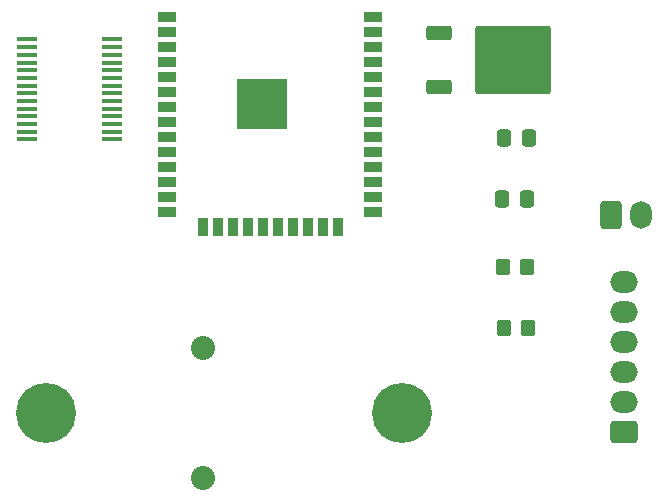
<source format=gbr>
%TF.GenerationSoftware,KiCad,Pcbnew,7.0.10*%
%TF.CreationDate,2024-03-05T16:05:14-06:00*%
%TF.ProjectId,smart_helmet,736d6172-745f-4686-956c-6d65742e6b69,rev?*%
%TF.SameCoordinates,Original*%
%TF.FileFunction,Soldermask,Top*%
%TF.FilePolarity,Negative*%
%FSLAX46Y46*%
G04 Gerber Fmt 4.6, Leading zero omitted, Abs format (unit mm)*
G04 Created by KiCad (PCBNEW 7.0.10) date 2024-03-05 16:05:14*
%MOMM*%
%LPD*%
G01*
G04 APERTURE LIST*
G04 Aperture macros list*
%AMRoundRect*
0 Rectangle with rounded corners*
0 $1 Rounding radius*
0 $2 $3 $4 $5 $6 $7 $8 $9 X,Y pos of 4 corners*
0 Add a 4 corners polygon primitive as box body*
4,1,4,$2,$3,$4,$5,$6,$7,$8,$9,$2,$3,0*
0 Add four circle primitives for the rounded corners*
1,1,$1+$1,$2,$3*
1,1,$1+$1,$4,$5*
1,1,$1+$1,$6,$7*
1,1,$1+$1,$8,$9*
0 Add four rect primitives between the rounded corners*
20,1,$1+$1,$2,$3,$4,$5,0*
20,1,$1+$1,$4,$5,$6,$7,0*
20,1,$1+$1,$6,$7,$8,$9,0*
20,1,$1+$1,$8,$9,$2,$3,0*%
G04 Aperture macros list end*
%ADD10C,0.939800*%
%ADD11R,4.200000X4.200000*%
%ADD12R,1.500000X0.900000*%
%ADD13R,0.900000X1.500000*%
%ADD14RoundRect,0.249997X-2.950003X-2.650003X2.950003X-2.650003X2.950003X2.650003X-2.950003X2.650003X0*%
%ADD15RoundRect,0.250000X-0.850000X-0.350000X0.850000X-0.350000X0.850000X0.350000X-0.850000X0.350000X0*%
%ADD16C,2.032000*%
%ADD17C,5.080000*%
%ADD18R,1.750000X0.450000*%
%ADD19O,2.336800X1.828800*%
%ADD20RoundRect,0.262758X0.905642X-0.651642X0.905642X0.651642X-0.905642X0.651642X-0.905642X-0.651642X0*%
%ADD21RoundRect,0.250000X-0.350000X-0.450000X0.350000X-0.450000X0.350000X0.450000X-0.350000X0.450000X0*%
%ADD22RoundRect,0.250000X-0.337500X-0.475000X0.337500X-0.475000X0.337500X0.475000X-0.337500X0.475000X0*%
%ADD23O,1.828800X2.336800*%
%ADD24RoundRect,0.262758X-0.651642X-0.905642X0.651642X-0.905642X0.651642X0.905642X-0.651642X0.905642X0*%
G04 APERTURE END LIST*
D10*
%TO.C,U5*%
X151490000Y-88142500D03*
X153015000Y-89667500D03*
D11*
X151490000Y-88905000D03*
D10*
X150727500Y-88905000D03*
X152252500Y-88905000D03*
X151490000Y-89667500D03*
X153015000Y-88142500D03*
X150727500Y-87380000D03*
X150727500Y-90430000D03*
X149965000Y-89667500D03*
X152252500Y-87380000D03*
X152252500Y-90430000D03*
X149965000Y-88142500D03*
D12*
X160920000Y-81565000D03*
X160920000Y-82835000D03*
X160920000Y-84105000D03*
X160920000Y-85375000D03*
X160920000Y-86645000D03*
X160920000Y-87915000D03*
X160920000Y-89185000D03*
X160920000Y-90455000D03*
X160920000Y-91725000D03*
X160920000Y-92995000D03*
X160920000Y-94265000D03*
X160920000Y-95535000D03*
X160920000Y-96805000D03*
X160920000Y-98075000D03*
D13*
X157890000Y-99325000D03*
X156620000Y-99325000D03*
X155350000Y-99325000D03*
X154080000Y-99325000D03*
X152810000Y-99325000D03*
X151540000Y-99325000D03*
X150270000Y-99325000D03*
X149000000Y-99325000D03*
X147730000Y-99325000D03*
X146460000Y-99325000D03*
D12*
X143420000Y-98075000D03*
X143420000Y-96805000D03*
X143420000Y-95535000D03*
X143420000Y-94265000D03*
X143420000Y-92995000D03*
X143420000Y-91725000D03*
X143420000Y-90455000D03*
X143420000Y-89185000D03*
X143420000Y-87915000D03*
X143420000Y-86645000D03*
X143420000Y-85375000D03*
X143420000Y-84105000D03*
X143420000Y-82835000D03*
X143420000Y-81565000D03*
%TD*%
D14*
%TO.C,U4*%
X172784739Y-85141577D03*
D15*
X166484739Y-87421577D03*
X166484739Y-82861577D03*
%TD*%
D16*
%TO.C,U3*%
X146483800Y-120565100D03*
X146483800Y-109516100D03*
D17*
X163374800Y-115040600D03*
X133199600Y-115040600D03*
%TD*%
D18*
%TO.C,U1*%
X138796554Y-83432878D03*
X138796554Y-84082878D03*
X138796554Y-84732878D03*
X138796554Y-85382878D03*
X138796554Y-86032878D03*
X138796554Y-86682878D03*
X138796554Y-87332878D03*
X138796554Y-87982878D03*
X138796554Y-88632878D03*
X138796554Y-89282878D03*
X138796554Y-89932878D03*
X138796554Y-90582878D03*
X138796554Y-91232878D03*
X138796554Y-91882878D03*
X131596554Y-91882878D03*
X131596554Y-91232878D03*
X131596554Y-90582878D03*
X131596554Y-89932878D03*
X131596554Y-89282878D03*
X131596554Y-88632878D03*
X131596554Y-87982878D03*
X131596554Y-87332878D03*
X131596554Y-86682878D03*
X131596554Y-86032878D03*
X131596554Y-85382878D03*
X131596554Y-84732878D03*
X131596554Y-84082878D03*
X131596554Y-83432878D03*
%TD*%
D19*
%TO.C,SensorConn1*%
X182118720Y-103957541D03*
X182118720Y-106497541D03*
X182118720Y-109037541D03*
X182118720Y-111577541D03*
X182118720Y-114117541D03*
D20*
X182118720Y-116657541D03*
%TD*%
D21*
%TO.C,R2*%
X171895499Y-102679680D03*
X173895499Y-102679680D03*
%TD*%
%TO.C,R1*%
X171996719Y-107841900D03*
X173996719Y-107841900D03*
%TD*%
D22*
%TO.C,C2*%
X171828019Y-96977619D03*
X173903019Y-96977619D03*
%TD*%
%TO.C,C1*%
X174071719Y-91815398D03*
X171996719Y-91815398D03*
%TD*%
D23*
%TO.C,+12V_Battery1*%
X183612780Y-98259739D03*
D24*
X181072780Y-98259739D03*
%TD*%
M02*

</source>
